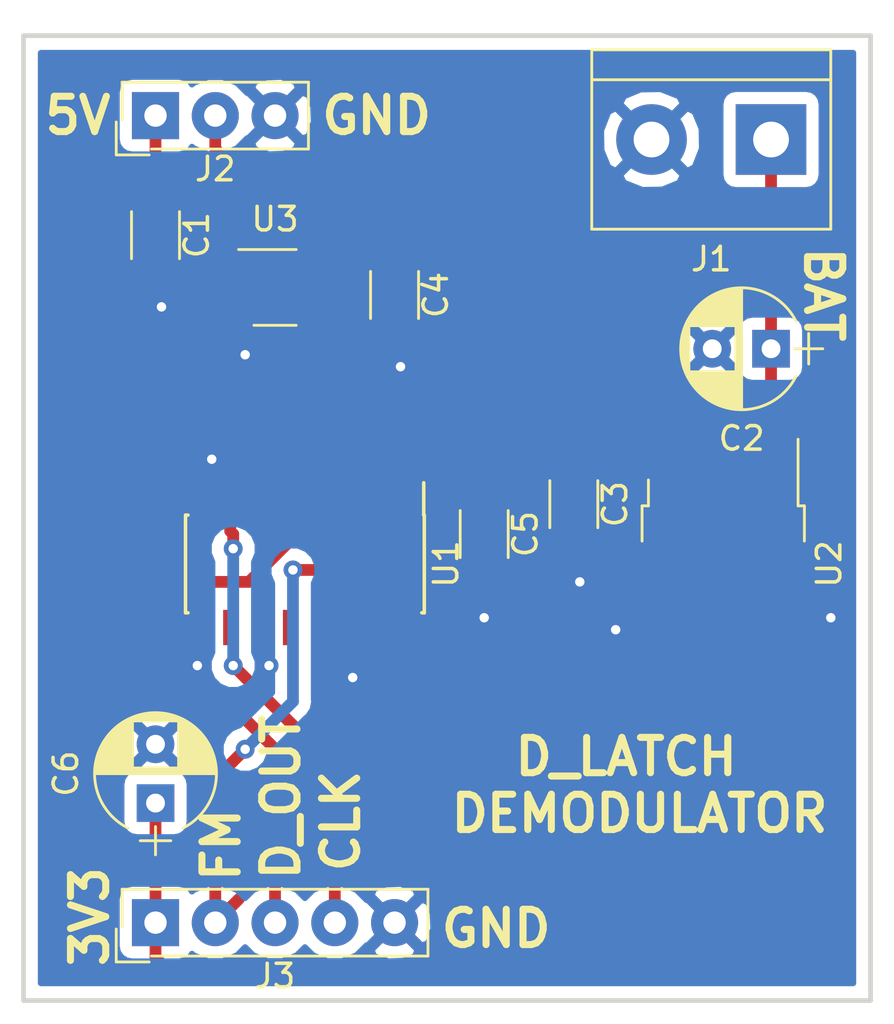
<source format=kicad_pcb>
(kicad_pcb (version 20171130) (host pcbnew "(5.0.2)-1")

  (general
    (thickness 1.6)
    (drawings 14)
    (tracks 111)
    (zones 0)
    (modules 12)
    (nets 11)
  )

  (page A4)
  (layers
    (0 F.Cu signal)
    (31 B.Cu signal)
    (32 B.Adhes user)
    (33 F.Adhes user)
    (34 B.Paste user)
    (35 F.Paste user)
    (36 B.SilkS user)
    (37 F.SilkS user)
    (38 B.Mask user)
    (39 F.Mask user)
    (40 Dwgs.User user)
    (41 Cmts.User user)
    (42 Eco1.User user)
    (43 Eco2.User user)
    (44 Edge.Cuts user)
    (45 Margin user)
    (46 B.CrtYd user)
    (47 F.CrtYd user)
    (48 B.Fab user)
    (49 F.Fab user)
  )

  (setup
    (last_trace_width 0.5)
    (user_trace_width 0.5)
    (trace_clearance 0.2)
    (zone_clearance 0.508)
    (zone_45_only no)
    (trace_min 0.2)
    (segment_width 0.2)
    (edge_width 0.15)
    (via_size 0.8)
    (via_drill 0.4)
    (via_min_size 0.4)
    (via_min_drill 0.3)
    (uvia_size 0.3)
    (uvia_drill 0.1)
    (uvias_allowed no)
    (uvia_min_size 0.2)
    (uvia_min_drill 0.1)
    (pcb_text_width 0.3)
    (pcb_text_size 1.5 1.5)
    (mod_edge_width 0.15)
    (mod_text_size 1 1)
    (mod_text_width 0.15)
    (pad_size 1.524 1.524)
    (pad_drill 0.762)
    (pad_to_mask_clearance 0.051)
    (solder_mask_min_width 0.25)
    (aux_axis_origin 0 0)
    (visible_elements FFFFFF7F)
    (pcbplotparams
      (layerselection 0x010fc_ffffffff)
      (usegerberextensions false)
      (usegerberattributes false)
      (usegerberadvancedattributes false)
      (creategerberjobfile false)
      (excludeedgelayer true)
      (linewidth 0.100000)
      (plotframeref false)
      (viasonmask false)
      (mode 1)
      (useauxorigin false)
      (hpglpennumber 1)
      (hpglpenspeed 20)
      (hpglpendiameter 15.000000)
      (psnegative false)
      (psa4output false)
      (plotreference true)
      (plotvalue true)
      (plotinvisibletext false)
      (padsonsilk false)
      (subtractmaskfromsilk false)
      (outputformat 1)
      (mirror false)
      (drillshape 1)
      (scaleselection 1)
      (outputdirectory ""))
  )

  (net 0 "")
  (net 1 GND)
  (net 2 +5V)
  (net 3 +BATT)
  (net 4 +3V3)
  (net 5 /FM_OUT)
  (net 6 /CLK_IN_UC)
  (net 7 /D_OUT_UC)
  (net 8 /FM_OUT_UC)
  (net 9 "Net-(U1-Pad6)")
  (net 10 "Net-(U1-Pad5)")

  (net_class Default "Ceci est la Netclass par défaut."
    (clearance 0.2)
    (trace_width 0.25)
    (via_dia 0.8)
    (via_drill 0.4)
    (uvia_dia 0.3)
    (uvia_drill 0.1)
    (add_net +3V3)
    (add_net +5V)
    (add_net +BATT)
    (add_net /CLK_IN_UC)
    (add_net /D_OUT_UC)
    (add_net /FM_OUT)
    (add_net /FM_OUT_UC)
    (add_net GND)
    (add_net "Net-(U1-Pad5)")
    (add_net "Net-(U1-Pad6)")
  )

  (module Housings_SOIC:SOIC-16_3.9x9.9mm_Pitch1.27mm (layer F.Cu) (tedit 58CC8F64) (tstamp 5CC05D45)
    (at 187.96 44.45 270)
    (descr "16-Lead Plastic Small Outline (SL) - Narrow, 3.90 mm Body [SOIC] (see Microchip Packaging Specification 00000049BS.pdf)")
    (tags "SOIC 1.27")
    (path /5CBBDD74)
    (attr smd)
    (fp_text reference U1 (at 0 -6 270) (layer F.SilkS)
      (effects (font (size 1 1) (thickness 0.15)))
    )
    (fp_text value 74HC4050 (at 0 6 270) (layer F.Fab)
      (effects (font (size 1 1) (thickness 0.15)))
    )
    (fp_line (start -2.075 -5.05) (end -3.45 -5.05) (layer F.SilkS) (width 0.15))
    (fp_line (start -2.075 5.075) (end 2.075 5.075) (layer F.SilkS) (width 0.15))
    (fp_line (start -2.075 -5.075) (end 2.075 -5.075) (layer F.SilkS) (width 0.15))
    (fp_line (start -2.075 5.075) (end -2.075 4.97) (layer F.SilkS) (width 0.15))
    (fp_line (start 2.075 5.075) (end 2.075 4.97) (layer F.SilkS) (width 0.15))
    (fp_line (start 2.075 -5.075) (end 2.075 -4.97) (layer F.SilkS) (width 0.15))
    (fp_line (start -2.075 -5.075) (end -2.075 -5.05) (layer F.SilkS) (width 0.15))
    (fp_line (start -3.7 5.25) (end 3.7 5.25) (layer F.CrtYd) (width 0.05))
    (fp_line (start -3.7 -5.25) (end 3.7 -5.25) (layer F.CrtYd) (width 0.05))
    (fp_line (start 3.7 -5.25) (end 3.7 5.25) (layer F.CrtYd) (width 0.05))
    (fp_line (start -3.7 -5.25) (end -3.7 5.25) (layer F.CrtYd) (width 0.05))
    (fp_line (start -1.95 -3.95) (end -0.95 -4.95) (layer F.Fab) (width 0.15))
    (fp_line (start -1.95 4.95) (end -1.95 -3.95) (layer F.Fab) (width 0.15))
    (fp_line (start 1.95 4.95) (end -1.95 4.95) (layer F.Fab) (width 0.15))
    (fp_line (start 1.95 -4.95) (end 1.95 4.95) (layer F.Fab) (width 0.15))
    (fp_line (start -0.95 -4.95) (end 1.95 -4.95) (layer F.Fab) (width 0.15))
    (fp_text user %R (at 0 0 270) (layer F.Fab)
      (effects (font (size 0.9 0.9) (thickness 0.135)))
    )
    (pad 16 smd rect (at 2.7 -4.445 270) (size 1.5 0.6) (layers F.Cu F.Paste F.Mask))
    (pad 15 smd rect (at 2.7 -3.175 270) (size 1.5 0.6) (layers F.Cu F.Paste F.Mask))
    (pad 14 smd rect (at 2.7 -1.905 270) (size 1.5 0.6) (layers F.Cu F.Paste F.Mask)
      (net 1 GND))
    (pad 13 smd rect (at 2.7 -0.635 270) (size 1.5 0.6) (layers F.Cu F.Paste F.Mask))
    (pad 12 smd rect (at 2.7 0.635 270) (size 1.5 0.6) (layers F.Cu F.Paste F.Mask))
    (pad 11 smd rect (at 2.7 1.905 270) (size 1.5 0.6) (layers F.Cu F.Paste F.Mask)
      (net 1 GND))
    (pad 10 smd rect (at 2.7 3.175 270) (size 1.5 0.6) (layers F.Cu F.Paste F.Mask))
    (pad 9 smd rect (at 2.7 4.445 270) (size 1.5 0.6) (layers F.Cu F.Paste F.Mask)
      (net 1 GND))
    (pad 8 smd rect (at -2.7 4.445 270) (size 1.5 0.6) (layers F.Cu F.Paste F.Mask)
      (net 1 GND))
    (pad 7 smd rect (at -2.7 3.175 270) (size 1.5 0.6) (layers F.Cu F.Paste F.Mask)
      (net 6 /CLK_IN_UC))
    (pad 6 smd rect (at -2.7 1.905 270) (size 1.5 0.6) (layers F.Cu F.Paste F.Mask)
      (net 9 "Net-(U1-Pad6)"))
    (pad 5 smd rect (at -2.7 0.635 270) (size 1.5 0.6) (layers F.Cu F.Paste F.Mask)
      (net 10 "Net-(U1-Pad5)"))
    (pad 4 smd rect (at -2.7 -0.635 270) (size 1.5 0.6) (layers F.Cu F.Paste F.Mask)
      (net 7 /D_OUT_UC))
    (pad 3 smd rect (at -2.7 -1.905 270) (size 1.5 0.6) (layers F.Cu F.Paste F.Mask)
      (net 5 /FM_OUT))
    (pad 2 smd rect (at -2.7 -3.175 270) (size 1.5 0.6) (layers F.Cu F.Paste F.Mask)
      (net 8 /FM_OUT_UC))
    (pad 1 smd rect (at -2.7 -4.445 270) (size 1.5 0.6) (layers F.Cu F.Paste F.Mask)
      (net 4 +3V3))
    (model ${KISYS3DMOD}/Housings_SOIC.3dshapes/SOIC-16_3.9x9.9mm_Pitch1.27mm.wrl
      (at (xyz 0 0 0))
      (scale (xyz 1 1 1))
      (rotate (xyz 0 0 0))
    )
  )

  (module Capacitors_SMD:C_1206 (layer F.Cu) (tedit 58AA84B8) (tstamp 5CC05B8C)
    (at 181.61 30.48 270)
    (descr "Capacitor SMD 1206, reflow soldering, AVX (see smccp.pdf)")
    (tags "capacitor 1206")
    (path /5CBBC6E7)
    (attr smd)
    (fp_text reference C1 (at 0 -1.75 270) (layer F.SilkS)
      (effects (font (size 1 1) (thickness 0.15)))
    )
    (fp_text value 100nF (at 0 2 270) (layer F.Fab)
      (effects (font (size 1 1) (thickness 0.15)))
    )
    (fp_line (start 2.25 1.05) (end -2.25 1.05) (layer F.CrtYd) (width 0.05))
    (fp_line (start 2.25 1.05) (end 2.25 -1.05) (layer F.CrtYd) (width 0.05))
    (fp_line (start -2.25 -1.05) (end -2.25 1.05) (layer F.CrtYd) (width 0.05))
    (fp_line (start -2.25 -1.05) (end 2.25 -1.05) (layer F.CrtYd) (width 0.05))
    (fp_line (start -1 1.02) (end 1 1.02) (layer F.SilkS) (width 0.12))
    (fp_line (start 1 -1.02) (end -1 -1.02) (layer F.SilkS) (width 0.12))
    (fp_line (start -1.6 -0.8) (end 1.6 -0.8) (layer F.Fab) (width 0.1))
    (fp_line (start 1.6 -0.8) (end 1.6 0.8) (layer F.Fab) (width 0.1))
    (fp_line (start 1.6 0.8) (end -1.6 0.8) (layer F.Fab) (width 0.1))
    (fp_line (start -1.6 0.8) (end -1.6 -0.8) (layer F.Fab) (width 0.1))
    (fp_text user %R (at 0 -1.75 270) (layer F.Fab)
      (effects (font (size 1 1) (thickness 0.15)))
    )
    (pad 2 smd rect (at 1.5 0 270) (size 1 1.6) (layers F.Cu F.Paste F.Mask)
      (net 1 GND))
    (pad 1 smd rect (at -1.5 0 270) (size 1 1.6) (layers F.Cu F.Paste F.Mask)
      (net 2 +5V))
    (model Capacitors_SMD.3dshapes/C_1206.wrl
      (at (xyz 0 0 0))
      (scale (xyz 1 1 1))
      (rotate (xyz 0 0 0))
    )
  )

  (module Capacitors_THT:CP_Radial_D5.0mm_P2.50mm (layer F.Cu) (tedit 597BC7C2) (tstamp 5CC05C11)
    (at 207.772 35.306 180)
    (descr "CP, Radial series, Radial, pin pitch=2.50mm, , diameter=5mm, Electrolytic Capacitor")
    (tags "CP Radial series Radial pin pitch 2.50mm  diameter 5mm Electrolytic Capacitor")
    (path /5CBB9B78)
    (fp_text reference C2 (at 1.25 -3.81 180) (layer F.SilkS)
      (effects (font (size 1 1) (thickness 0.15)))
    )
    (fp_text value "10uF 25V" (at 1.25 3.81 180) (layer F.Fab)
      (effects (font (size 1 1) (thickness 0.15)))
    )
    (fp_text user %R (at 1.25 0 180) (layer F.Fab)
      (effects (font (size 1 1) (thickness 0.15)))
    )
    (fp_line (start 4.1 -2.85) (end -1.6 -2.85) (layer F.CrtYd) (width 0.05))
    (fp_line (start 4.1 2.85) (end 4.1 -2.85) (layer F.CrtYd) (width 0.05))
    (fp_line (start -1.6 2.85) (end 4.1 2.85) (layer F.CrtYd) (width 0.05))
    (fp_line (start -1.6 -2.85) (end -1.6 2.85) (layer F.CrtYd) (width 0.05))
    (fp_line (start -1.6 -0.65) (end -1.6 0.65) (layer F.SilkS) (width 0.12))
    (fp_line (start -2.2 0) (end -1 0) (layer F.SilkS) (width 0.12))
    (fp_line (start 3.811 -0.354) (end 3.811 0.354) (layer F.SilkS) (width 0.12))
    (fp_line (start 3.771 -0.559) (end 3.771 0.559) (layer F.SilkS) (width 0.12))
    (fp_line (start 3.731 -0.707) (end 3.731 0.707) (layer F.SilkS) (width 0.12))
    (fp_line (start 3.691 -0.829) (end 3.691 0.829) (layer F.SilkS) (width 0.12))
    (fp_line (start 3.651 -0.934) (end 3.651 0.934) (layer F.SilkS) (width 0.12))
    (fp_line (start 3.611 -1.028) (end 3.611 1.028) (layer F.SilkS) (width 0.12))
    (fp_line (start 3.571 -1.112) (end 3.571 1.112) (layer F.SilkS) (width 0.12))
    (fp_line (start 3.531 -1.189) (end 3.531 1.189) (layer F.SilkS) (width 0.12))
    (fp_line (start 3.491 -1.261) (end 3.491 1.261) (layer F.SilkS) (width 0.12))
    (fp_line (start 3.451 0.98) (end 3.451 1.327) (layer F.SilkS) (width 0.12))
    (fp_line (start 3.451 -1.327) (end 3.451 -0.98) (layer F.SilkS) (width 0.12))
    (fp_line (start 3.411 0.98) (end 3.411 1.39) (layer F.SilkS) (width 0.12))
    (fp_line (start 3.411 -1.39) (end 3.411 -0.98) (layer F.SilkS) (width 0.12))
    (fp_line (start 3.371 0.98) (end 3.371 1.448) (layer F.SilkS) (width 0.12))
    (fp_line (start 3.371 -1.448) (end 3.371 -0.98) (layer F.SilkS) (width 0.12))
    (fp_line (start 3.331 0.98) (end 3.331 1.504) (layer F.SilkS) (width 0.12))
    (fp_line (start 3.331 -1.504) (end 3.331 -0.98) (layer F.SilkS) (width 0.12))
    (fp_line (start 3.291 0.98) (end 3.291 1.556) (layer F.SilkS) (width 0.12))
    (fp_line (start 3.291 -1.556) (end 3.291 -0.98) (layer F.SilkS) (width 0.12))
    (fp_line (start 3.251 0.98) (end 3.251 1.606) (layer F.SilkS) (width 0.12))
    (fp_line (start 3.251 -1.606) (end 3.251 -0.98) (layer F.SilkS) (width 0.12))
    (fp_line (start 3.211 0.98) (end 3.211 1.654) (layer F.SilkS) (width 0.12))
    (fp_line (start 3.211 -1.654) (end 3.211 -0.98) (layer F.SilkS) (width 0.12))
    (fp_line (start 3.171 0.98) (end 3.171 1.699) (layer F.SilkS) (width 0.12))
    (fp_line (start 3.171 -1.699) (end 3.171 -0.98) (layer F.SilkS) (width 0.12))
    (fp_line (start 3.131 0.98) (end 3.131 1.742) (layer F.SilkS) (width 0.12))
    (fp_line (start 3.131 -1.742) (end 3.131 -0.98) (layer F.SilkS) (width 0.12))
    (fp_line (start 3.091 0.98) (end 3.091 1.783) (layer F.SilkS) (width 0.12))
    (fp_line (start 3.091 -1.783) (end 3.091 -0.98) (layer F.SilkS) (width 0.12))
    (fp_line (start 3.051 0.98) (end 3.051 1.823) (layer F.SilkS) (width 0.12))
    (fp_line (start 3.051 -1.823) (end 3.051 -0.98) (layer F.SilkS) (width 0.12))
    (fp_line (start 3.011 0.98) (end 3.011 1.861) (layer F.SilkS) (width 0.12))
    (fp_line (start 3.011 -1.861) (end 3.011 -0.98) (layer F.SilkS) (width 0.12))
    (fp_line (start 2.971 0.98) (end 2.971 1.897) (layer F.SilkS) (width 0.12))
    (fp_line (start 2.971 -1.897) (end 2.971 -0.98) (layer F.SilkS) (width 0.12))
    (fp_line (start 2.931 0.98) (end 2.931 1.932) (layer F.SilkS) (width 0.12))
    (fp_line (start 2.931 -1.932) (end 2.931 -0.98) (layer F.SilkS) (width 0.12))
    (fp_line (start 2.891 0.98) (end 2.891 1.965) (layer F.SilkS) (width 0.12))
    (fp_line (start 2.891 -1.965) (end 2.891 -0.98) (layer F.SilkS) (width 0.12))
    (fp_line (start 2.851 0.98) (end 2.851 1.997) (layer F.SilkS) (width 0.12))
    (fp_line (start 2.851 -1.997) (end 2.851 -0.98) (layer F.SilkS) (width 0.12))
    (fp_line (start 2.811 0.98) (end 2.811 2.028) (layer F.SilkS) (width 0.12))
    (fp_line (start 2.811 -2.028) (end 2.811 -0.98) (layer F.SilkS) (width 0.12))
    (fp_line (start 2.771 0.98) (end 2.771 2.058) (layer F.SilkS) (width 0.12))
    (fp_line (start 2.771 -2.058) (end 2.771 -0.98) (layer F.SilkS) (width 0.12))
    (fp_line (start 2.731 0.98) (end 2.731 2.086) (layer F.SilkS) (width 0.12))
    (fp_line (start 2.731 -2.086) (end 2.731 -0.98) (layer F.SilkS) (width 0.12))
    (fp_line (start 2.691 0.98) (end 2.691 2.113) (layer F.SilkS) (width 0.12))
    (fp_line (start 2.691 -2.113) (end 2.691 -0.98) (layer F.SilkS) (width 0.12))
    (fp_line (start 2.651 0.98) (end 2.651 2.14) (layer F.SilkS) (width 0.12))
    (fp_line (start 2.651 -2.14) (end 2.651 -0.98) (layer F.SilkS) (width 0.12))
    (fp_line (start 2.611 0.98) (end 2.611 2.165) (layer F.SilkS) (width 0.12))
    (fp_line (start 2.611 -2.165) (end 2.611 -0.98) (layer F.SilkS) (width 0.12))
    (fp_line (start 2.571 0.98) (end 2.571 2.189) (layer F.SilkS) (width 0.12))
    (fp_line (start 2.571 -2.189) (end 2.571 -0.98) (layer F.SilkS) (width 0.12))
    (fp_line (start 2.531 0.98) (end 2.531 2.212) (layer F.SilkS) (width 0.12))
    (fp_line (start 2.531 -2.212) (end 2.531 -0.98) (layer F.SilkS) (width 0.12))
    (fp_line (start 2.491 0.98) (end 2.491 2.234) (layer F.SilkS) (width 0.12))
    (fp_line (start 2.491 -2.234) (end 2.491 -0.98) (layer F.SilkS) (width 0.12))
    (fp_line (start 2.451 0.98) (end 2.451 2.256) (layer F.SilkS) (width 0.12))
    (fp_line (start 2.451 -2.256) (end 2.451 -0.98) (layer F.SilkS) (width 0.12))
    (fp_line (start 2.411 0.98) (end 2.411 2.276) (layer F.SilkS) (width 0.12))
    (fp_line (start 2.411 -2.276) (end 2.411 -0.98) (layer F.SilkS) (width 0.12))
    (fp_line (start 2.371 0.98) (end 2.371 2.296) (layer F.SilkS) (width 0.12))
    (fp_line (start 2.371 -2.296) (end 2.371 -0.98) (layer F.SilkS) (width 0.12))
    (fp_line (start 2.331 0.98) (end 2.331 2.315) (layer F.SilkS) (width 0.12))
    (fp_line (start 2.331 -2.315) (end 2.331 -0.98) (layer F.SilkS) (width 0.12))
    (fp_line (start 2.291 0.98) (end 2.291 2.333) (layer F.SilkS) (width 0.12))
    (fp_line (start 2.291 -2.333) (end 2.291 -0.98) (layer F.SilkS) (width 0.12))
    (fp_line (start 2.251 0.98) (end 2.251 2.35) (layer F.SilkS) (width 0.12))
    (fp_line (start 2.251 -2.35) (end 2.251 -0.98) (layer F.SilkS) (width 0.12))
    (fp_line (start 2.211 0.98) (end 2.211 2.366) (layer F.SilkS) (width 0.12))
    (fp_line (start 2.211 -2.366) (end 2.211 -0.98) (layer F.SilkS) (width 0.12))
    (fp_line (start 2.171 0.98) (end 2.171 2.382) (layer F.SilkS) (width 0.12))
    (fp_line (start 2.171 -2.382) (end 2.171 -0.98) (layer F.SilkS) (width 0.12))
    (fp_line (start 2.131 0.98) (end 2.131 2.396) (layer F.SilkS) (width 0.12))
    (fp_line (start 2.131 -2.396) (end 2.131 -0.98) (layer F.SilkS) (width 0.12))
    (fp_line (start 2.091 0.98) (end 2.091 2.41) (layer F.SilkS) (width 0.12))
    (fp_line (start 2.091 -2.41) (end 2.091 -0.98) (layer F.SilkS) (width 0.12))
    (fp_line (start 2.051 0.98) (end 2.051 2.424) (layer F.SilkS) (width 0.12))
    (fp_line (start 2.051 -2.424) (end 2.051 -0.98) (layer F.SilkS) (width 0.12))
    (fp_line (start 2.011 0.98) (end 2.011 2.436) (layer F.SilkS) (width 0.12))
    (fp_line (start 2.011 -2.436) (end 2.011 -0.98) (layer F.SilkS) (width 0.12))
    (fp_line (start 1.971 0.98) (end 1.971 2.448) (layer F.SilkS) (width 0.12))
    (fp_line (start 1.971 -2.448) (end 1.971 -0.98) (layer F.SilkS) (width 0.12))
    (fp_line (start 1.93 0.98) (end 1.93 2.46) (layer F.SilkS) (width 0.12))
    (fp_line (start 1.93 -2.46) (end 1.93 -0.98) (layer F.SilkS) (width 0.12))
    (fp_line (start 1.89 0.98) (end 1.89 2.47) (layer F.SilkS) (width 0.12))
    (fp_line (start 1.89 -2.47) (end 1.89 -0.98) (layer F.SilkS) (width 0.12))
    (fp_line (start 1.85 0.98) (end 1.85 2.48) (layer F.SilkS) (width 0.12))
    (fp_line (start 1.85 -2.48) (end 1.85 -0.98) (layer F.SilkS) (width 0.12))
    (fp_line (start 1.81 0.98) (end 1.81 2.489) (layer F.SilkS) (width 0.12))
    (fp_line (start 1.81 -2.489) (end 1.81 -0.98) (layer F.SilkS) (width 0.12))
    (fp_line (start 1.77 0.98) (end 1.77 2.498) (layer F.SilkS) (width 0.12))
    (fp_line (start 1.77 -2.498) (end 1.77 -0.98) (layer F.SilkS) (width 0.12))
    (fp_line (start 1.73 0.98) (end 1.73 2.506) (layer F.SilkS) (width 0.12))
    (fp_line (start 1.73 -2.506) (end 1.73 -0.98) (layer F.SilkS) (width 0.12))
    (fp_line (start 1.69 0.98) (end 1.69 2.513) (layer F.SilkS) (width 0.12))
    (fp_line (start 1.69 -2.513) (end 1.69 -0.98) (layer F.SilkS) (width 0.12))
    (fp_line (start 1.65 0.98) (end 1.65 2.519) (layer F.SilkS) (width 0.12))
    (fp_line (start 1.65 -2.519) (end 1.65 -0.98) (layer F.SilkS) (width 0.12))
    (fp_line (start 1.61 0.98) (end 1.61 2.525) (layer F.SilkS) (width 0.12))
    (fp_line (start 1.61 -2.525) (end 1.61 -0.98) (layer F.SilkS) (width 0.12))
    (fp_line (start 1.57 0.98) (end 1.57 2.531) (layer F.SilkS) (width 0.12))
    (fp_line (start 1.57 -2.531) (end 1.57 -0.98) (layer F.SilkS) (width 0.12))
    (fp_line (start 1.53 0.98) (end 1.53 2.535) (layer F.SilkS) (width 0.12))
    (fp_line (start 1.53 -2.535) (end 1.53 -0.98) (layer F.SilkS) (width 0.12))
    (fp_line (start 1.49 -2.539) (end 1.49 2.539) (layer F.SilkS) (width 0.12))
    (fp_line (start 1.45 -2.543) (end 1.45 2.543) (layer F.SilkS) (width 0.12))
    (fp_line (start 1.41 -2.546) (end 1.41 2.546) (layer F.SilkS) (width 0.12))
    (fp_line (start 1.37 -2.548) (end 1.37 2.548) (layer F.SilkS) (width 0.12))
    (fp_line (start 1.33 -2.549) (end 1.33 2.549) (layer F.SilkS) (width 0.12))
    (fp_line (start 1.29 -2.55) (end 1.29 2.55) (layer F.SilkS) (width 0.12))
    (fp_line (start 1.25 -2.55) (end 1.25 2.55) (layer F.SilkS) (width 0.12))
    (fp_line (start -1.6 -0.65) (end -1.6 0.65) (layer F.Fab) (width 0.1))
    (fp_line (start -2.2 0) (end -1 0) (layer F.Fab) (width 0.1))
    (fp_circle (center 1.25 0) (end 3.75 0) (layer F.Fab) (width 0.1))
    (fp_arc (start 1.25 0) (end 3.55558 -1.18) (angle 54.2) (layer F.SilkS) (width 0.12))
    (fp_arc (start 1.25 0) (end -1.05558 1.18) (angle -125.8) (layer F.SilkS) (width 0.12))
    (fp_arc (start 1.25 0) (end -1.05558 -1.18) (angle 125.8) (layer F.SilkS) (width 0.12))
    (pad 2 thru_hole circle (at 2.5 0 180) (size 1.6 1.6) (drill 0.8) (layers *.Cu *.Mask)
      (net 1 GND))
    (pad 1 thru_hole rect (at 0 0 180) (size 1.6 1.6) (drill 0.8) (layers *.Cu *.Mask)
      (net 3 +BATT))
    (model ${KISYS3DMOD}/Capacitors_THT.3dshapes/CP_Radial_D5.0mm_P2.50mm.wrl
      (at (xyz 0 0 0))
      (scale (xyz 1 1 1))
      (rotate (xyz 0 0 0))
    )
  )

  (module Capacitors_SMD:C_1206 (layer F.Cu) (tedit 58AA84B8) (tstamp 5CC05C22)
    (at 199.39 41.91 270)
    (descr "Capacitor SMD 1206, reflow soldering, AVX (see smccp.pdf)")
    (tags "capacitor 1206")
    (path /5CBB9CE7)
    (attr smd)
    (fp_text reference C3 (at 0 -1.75 270) (layer F.SilkS)
      (effects (font (size 1 1) (thickness 0.15)))
    )
    (fp_text value 100nF (at 0 2 270) (layer F.Fab)
      (effects (font (size 1 1) (thickness 0.15)))
    )
    (fp_line (start 2.25 1.05) (end -2.25 1.05) (layer F.CrtYd) (width 0.05))
    (fp_line (start 2.25 1.05) (end 2.25 -1.05) (layer F.CrtYd) (width 0.05))
    (fp_line (start -2.25 -1.05) (end -2.25 1.05) (layer F.CrtYd) (width 0.05))
    (fp_line (start -2.25 -1.05) (end 2.25 -1.05) (layer F.CrtYd) (width 0.05))
    (fp_line (start -1 1.02) (end 1 1.02) (layer F.SilkS) (width 0.12))
    (fp_line (start 1 -1.02) (end -1 -1.02) (layer F.SilkS) (width 0.12))
    (fp_line (start -1.6 -0.8) (end 1.6 -0.8) (layer F.Fab) (width 0.1))
    (fp_line (start 1.6 -0.8) (end 1.6 0.8) (layer F.Fab) (width 0.1))
    (fp_line (start 1.6 0.8) (end -1.6 0.8) (layer F.Fab) (width 0.1))
    (fp_line (start -1.6 0.8) (end -1.6 -0.8) (layer F.Fab) (width 0.1))
    (fp_text user %R (at 0 -1.75 270) (layer F.Fab)
      (effects (font (size 1 1) (thickness 0.15)))
    )
    (pad 2 smd rect (at 1.5 0 270) (size 1 1.6) (layers F.Cu F.Paste F.Mask)
      (net 1 GND))
    (pad 1 smd rect (at -1.5 0 270) (size 1 1.6) (layers F.Cu F.Paste F.Mask)
      (net 2 +5V))
    (model Capacitors_SMD.3dshapes/C_1206.wrl
      (at (xyz 0 0 0))
      (scale (xyz 1 1 1))
      (rotate (xyz 0 0 0))
    )
  )

  (module Capacitors_SMD:C_1206 (layer F.Cu) (tedit 58AA84B8) (tstamp 5CC06C27)
    (at 191.77 33.02 270)
    (descr "Capacitor SMD 1206, reflow soldering, AVX (see smccp.pdf)")
    (tags "capacitor 1206")
    (path /5CBBBFF4)
    (attr smd)
    (fp_text reference C4 (at 0 -1.75 270) (layer F.SilkS)
      (effects (font (size 1 1) (thickness 0.15)))
    )
    (fp_text value 100nF (at 0 2 270) (layer F.Fab)
      (effects (font (size 1 1) (thickness 0.15)))
    )
    (fp_text user %R (at 0 -1.75 270) (layer F.Fab)
      (effects (font (size 1 1) (thickness 0.15)))
    )
    (fp_line (start -1.6 0.8) (end -1.6 -0.8) (layer F.Fab) (width 0.1))
    (fp_line (start 1.6 0.8) (end -1.6 0.8) (layer F.Fab) (width 0.1))
    (fp_line (start 1.6 -0.8) (end 1.6 0.8) (layer F.Fab) (width 0.1))
    (fp_line (start -1.6 -0.8) (end 1.6 -0.8) (layer F.Fab) (width 0.1))
    (fp_line (start 1 -1.02) (end -1 -1.02) (layer F.SilkS) (width 0.12))
    (fp_line (start -1 1.02) (end 1 1.02) (layer F.SilkS) (width 0.12))
    (fp_line (start -2.25 -1.05) (end 2.25 -1.05) (layer F.CrtYd) (width 0.05))
    (fp_line (start -2.25 -1.05) (end -2.25 1.05) (layer F.CrtYd) (width 0.05))
    (fp_line (start 2.25 1.05) (end 2.25 -1.05) (layer F.CrtYd) (width 0.05))
    (fp_line (start 2.25 1.05) (end -2.25 1.05) (layer F.CrtYd) (width 0.05))
    (pad 1 smd rect (at -1.5 0 270) (size 1 1.6) (layers F.Cu F.Paste F.Mask)
      (net 2 +5V))
    (pad 2 smd rect (at 1.5 0 270) (size 1 1.6) (layers F.Cu F.Paste F.Mask)
      (net 1 GND))
    (model Capacitors_SMD.3dshapes/C_1206.wrl
      (at (xyz 0 0 0))
      (scale (xyz 1 1 1))
      (rotate (xyz 0 0 0))
    )
  )

  (module Capacitors_SMD:C_1206 (layer F.Cu) (tedit 58AA84B8) (tstamp 5CC05C44)
    (at 195.58 43.18 270)
    (descr "Capacitor SMD 1206, reflow soldering, AVX (see smccp.pdf)")
    (tags "capacitor 1206")
    (path /5CBBFE4D)
    (attr smd)
    (fp_text reference C5 (at 0 -1.75 270) (layer F.SilkS)
      (effects (font (size 1 1) (thickness 0.15)))
    )
    (fp_text value 100nF (at 0 2 270) (layer F.Fab)
      (effects (font (size 1 1) (thickness 0.15)))
    )
    (fp_text user %R (at 0 -1.75 270) (layer F.Fab)
      (effects (font (size 1 1) (thickness 0.15)))
    )
    (fp_line (start -1.6 0.8) (end -1.6 -0.8) (layer F.Fab) (width 0.1))
    (fp_line (start 1.6 0.8) (end -1.6 0.8) (layer F.Fab) (width 0.1))
    (fp_line (start 1.6 -0.8) (end 1.6 0.8) (layer F.Fab) (width 0.1))
    (fp_line (start -1.6 -0.8) (end 1.6 -0.8) (layer F.Fab) (width 0.1))
    (fp_line (start 1 -1.02) (end -1 -1.02) (layer F.SilkS) (width 0.12))
    (fp_line (start -1 1.02) (end 1 1.02) (layer F.SilkS) (width 0.12))
    (fp_line (start -2.25 -1.05) (end 2.25 -1.05) (layer F.CrtYd) (width 0.05))
    (fp_line (start -2.25 -1.05) (end -2.25 1.05) (layer F.CrtYd) (width 0.05))
    (fp_line (start 2.25 1.05) (end 2.25 -1.05) (layer F.CrtYd) (width 0.05))
    (fp_line (start 2.25 1.05) (end -2.25 1.05) (layer F.CrtYd) (width 0.05))
    (pad 1 smd rect (at -1.5 0 270) (size 1 1.6) (layers F.Cu F.Paste F.Mask)
      (net 4 +3V3))
    (pad 2 smd rect (at 1.5 0 270) (size 1 1.6) (layers F.Cu F.Paste F.Mask)
      (net 1 GND))
    (model Capacitors_SMD.3dshapes/C_1206.wrl
      (at (xyz 0 0 0))
      (scale (xyz 1 1 1))
      (rotate (xyz 0 0 0))
    )
  )

  (module Capacitors_THT:CP_Radial_D5.0mm_P2.50mm (layer F.Cu) (tedit 597BC7C2) (tstamp 5CC06364)
    (at 181.61 54.61 90)
    (descr "CP, Radial series, Radial, pin pitch=2.50mm, , diameter=5mm, Electrolytic Capacitor")
    (tags "CP Radial series Radial pin pitch 2.50mm  diameter 5mm Electrolytic Capacitor")
    (path /5CBC0898)
    (fp_text reference C6 (at 1.25 -3.81 90) (layer F.SilkS)
      (effects (font (size 1 1) (thickness 0.15)))
    )
    (fp_text value "10uF 25V" (at 1.25 3.81 90) (layer F.Fab)
      (effects (font (size 1 1) (thickness 0.15)))
    )
    (fp_arc (start 1.25 0) (end -1.05558 -1.18) (angle 125.8) (layer F.SilkS) (width 0.12))
    (fp_arc (start 1.25 0) (end -1.05558 1.18) (angle -125.8) (layer F.SilkS) (width 0.12))
    (fp_arc (start 1.25 0) (end 3.55558 -1.18) (angle 54.2) (layer F.SilkS) (width 0.12))
    (fp_circle (center 1.25 0) (end 3.75 0) (layer F.Fab) (width 0.1))
    (fp_line (start -2.2 0) (end -1 0) (layer F.Fab) (width 0.1))
    (fp_line (start -1.6 -0.65) (end -1.6 0.65) (layer F.Fab) (width 0.1))
    (fp_line (start 1.25 -2.55) (end 1.25 2.55) (layer F.SilkS) (width 0.12))
    (fp_line (start 1.29 -2.55) (end 1.29 2.55) (layer F.SilkS) (width 0.12))
    (fp_line (start 1.33 -2.549) (end 1.33 2.549) (layer F.SilkS) (width 0.12))
    (fp_line (start 1.37 -2.548) (end 1.37 2.548) (layer F.SilkS) (width 0.12))
    (fp_line (start 1.41 -2.546) (end 1.41 2.546) (layer F.SilkS) (width 0.12))
    (fp_line (start 1.45 -2.543) (end 1.45 2.543) (layer F.SilkS) (width 0.12))
    (fp_line (start 1.49 -2.539) (end 1.49 2.539) (layer F.SilkS) (width 0.12))
    (fp_line (start 1.53 -2.535) (end 1.53 -0.98) (layer F.SilkS) (width 0.12))
    (fp_line (start 1.53 0.98) (end 1.53 2.535) (layer F.SilkS) (width 0.12))
    (fp_line (start 1.57 -2.531) (end 1.57 -0.98) (layer F.SilkS) (width 0.12))
    (fp_line (start 1.57 0.98) (end 1.57 2.531) (layer F.SilkS) (width 0.12))
    (fp_line (start 1.61 -2.525) (end 1.61 -0.98) (layer F.SilkS) (width 0.12))
    (fp_line (start 1.61 0.98) (end 1.61 2.525) (layer F.SilkS) (width 0.12))
    (fp_line (start 1.65 -2.519) (end 1.65 -0.98) (layer F.SilkS) (width 0.12))
    (fp_line (start 1.65 0.98) (end 1.65 2.519) (layer F.SilkS) (width 0.12))
    (fp_line (start 1.69 -2.513) (end 1.69 -0.98) (layer F.SilkS) (width 0.12))
    (fp_line (start 1.69 0.98) (end 1.69 2.513) (layer F.SilkS) (width 0.12))
    (fp_line (start 1.73 -2.506) (end 1.73 -0.98) (layer F.SilkS) (width 0.12))
    (fp_line (start 1.73 0.98) (end 1.73 2.506) (layer F.SilkS) (width 0.12))
    (fp_line (start 1.77 -2.498) (end 1.77 -0.98) (layer F.SilkS) (width 0.12))
    (fp_line (start 1.77 0.98) (end 1.77 2.498) (layer F.SilkS) (width 0.12))
    (fp_line (start 1.81 -2.489) (end 1.81 -0.98) (layer F.SilkS) (width 0.12))
    (fp_line (start 1.81 0.98) (end 1.81 2.489) (layer F.SilkS) (width 0.12))
    (fp_line (start 1.85 -2.48) (end 1.85 -0.98) (layer F.SilkS) (width 0.12))
    (fp_line (start 1.85 0.98) (end 1.85 2.48) (layer F.SilkS) (width 0.12))
    (fp_line (start 1.89 -2.47) (end 1.89 -0.98) (layer F.SilkS) (width 0.12))
    (fp_line (start 1.89 0.98) (end 1.89 2.47) (layer F.SilkS) (width 0.12))
    (fp_line (start 1.93 -2.46) (end 1.93 -0.98) (layer F.SilkS) (width 0.12))
    (fp_line (start 1.93 0.98) (end 1.93 2.46) (layer F.SilkS) (width 0.12))
    (fp_line (start 1.971 -2.448) (end 1.971 -0.98) (layer F.SilkS) (width 0.12))
    (fp_line (start 1.971 0.98) (end 1.971 2.448) (layer F.SilkS) (width 0.12))
    (fp_line (start 2.011 -2.436) (end 2.011 -0.98) (layer F.SilkS) (width 0.12))
    (fp_line (start 2.011 0.98) (end 2.011 2.436) (layer F.SilkS) (width 0.12))
    (fp_line (start 2.051 -2.424) (end 2.051 -0.98) (layer F.SilkS) (width 0.12))
    (fp_line (start 2.051 0.98) (end 2.051 2.424) (layer F.SilkS) (width 0.12))
    (fp_line (start 2.091 -2.41) (end 2.091 -0.98) (layer F.SilkS) (width 0.12))
    (fp_line (start 2.091 0.98) (end 2.091 2.41) (layer F.SilkS) (width 0.12))
    (fp_line (start 2.131 -2.396) (end 2.131 -0.98) (layer F.SilkS) (width 0.12))
    (fp_line (start 2.131 0.98) (end 2.131 2.396) (layer F.SilkS) (width 0.12))
    (fp_line (start 2.171 -2.382) (end 2.171 -0.98) (layer F.SilkS) (width 0.12))
    (fp_line (start 2.171 0.98) (end 2.171 2.382) (layer F.SilkS) (width 0.12))
    (fp_line (start 2.211 -2.366) (end 2.211 -0.98) (layer F.SilkS) (width 0.12))
    (fp_line (start 2.211 0.98) (end 2.211 2.366) (layer F.SilkS) (width 0.12))
    (fp_line (start 2.251 -2.35) (end 2.251 -0.98) (layer F.SilkS) (width 0.12))
    (fp_line (start 2.251 0.98) (end 2.251 2.35) (layer F.SilkS) (width 0.12))
    (fp_line (start 2.291 -2.333) (end 2.291 -0.98) (layer F.SilkS) (width 0.12))
    (fp_line (start 2.291 0.98) (end 2.291 2.333) (layer F.SilkS) (width 0.12))
    (fp_line (start 2.331 -2.315) (end 2.331 -0.98) (layer F.SilkS) (width 0.12))
    (fp_line (start 2.331 0.98) (end 2.331 2.315) (layer F.SilkS) (width 0.12))
    (fp_line (start 2.371 -2.296) (end 2.371 -0.98) (layer F.SilkS) (width 0.12))
    (fp_line (start 2.371 0.98) (end 2.371 2.296) (layer F.SilkS) (width 0.12))
    (fp_line (start 2.411 -2.276) (end 2.411 -0.98) (layer F.SilkS) (width 0.12))
    (fp_line (start 2.411 0.98) (end 2.411 2.276) (layer F.SilkS) (width 0.12))
    (fp_line (start 2.451 -2.256) (end 2.451 -0.98) (layer F.SilkS) (width 0.12))
    (fp_line (start 2.451 0.98) (end 2.451 2.256) (layer F.SilkS) (width 0.12))
    (fp_line (start 2.491 -2.234) (end 2.491 -0.98) (layer F.SilkS) (width 0.12))
    (fp_line (start 2.491 0.98) (end 2.491 2.234) (layer F.SilkS) (width 0.12))
    (fp_line (start 2.531 -2.212) (end 2.531 -0.98) (layer F.SilkS) (width 0.12))
    (fp_line (start 2.531 0.98) (end 2.531 2.212) (layer F.SilkS) (width 0.12))
    (fp_line (start 2.571 -2.189) (end 2.571 -0.98) (layer F.SilkS) (width 0.12))
    (fp_line (start 2.571 0.98) (end 2.571 2.189) (layer F.SilkS) (width 0.12))
    (fp_line (start 2.611 -2.165) (end 2.611 -0.98) (layer F.SilkS) (width 0.12))
    (fp_line (start 2.611 0.98) (end 2.611 2.165) (layer F.SilkS) (width 0.12))
    (fp_line (start 2.651 -2.14) (end 2.651 -0.98) (layer F.SilkS) (width 0.12))
    (fp_line (start 2.651 0.98) (end 2.651 2.14) (layer F.SilkS) (width 0.12))
    (fp_line (start 2.691 -2.113) (end 2.691 -0.98) (layer F.SilkS) (width 0.12))
    (fp_line (start 2.691 0.98) (end 2.691 2.113) (layer F.SilkS) (width 0.12))
    (fp_line (start 2.731 -2.086) (end 2.731 -0.98) (layer F.SilkS) (width 0.12))
    (fp_line (start 2.731 0.98) (end 2.731 2.086) (layer F.SilkS) (width 0.12))
    (fp_line (start 2.771 -2.058) (end 2.771 -0.98) (layer F.SilkS) (width 0.12))
    (fp_line (start 2.771 0.98) (end 2.771 2.058) (layer F.SilkS) (width 0.12))
    (fp_line (start 2.811 -2.028) (end 2.811 -0.98) (layer F.SilkS) (width 0.12))
    (fp_line (start 2.811 0.98) (end 2.811 2.028) (layer F.SilkS) (width 0.12))
    (fp_line (start 2.851 -1.997) (end 2.851 -0.98) (layer F.SilkS) (width 0.12))
    (fp_line (start 2.851 0.98) (end 2.851 1.997) (layer F.SilkS) (width 0.12))
    (fp_line (start 2.891 -1.965) (end 2.891 -0.98) (layer F.SilkS) (width 0.12))
    (fp_line (start 2.891 0.98) (end 2.891 1.965) (layer F.SilkS) (width 0.12))
    (fp_line (start 2.931 -1.932) (end 2.931 -0.98) (layer F.SilkS) (width 0.12))
    (fp_line (start 2.931 0.98) (end 2.931 1.932) (layer F.SilkS) (width 0.12))
    (fp_line (start 2.971 -1.897) (end 2.971 -0.98) (layer F.SilkS) (width 0.12))
    (fp_line (start 2.971 0.98) (end 2.971 1.897) (layer F.SilkS) (width 0.12))
    (fp_line (start 3.011 -1.861) (end 3.011 -0.98) (layer F.SilkS) (width 0.12))
    (fp_line (start 3.011 0.98) (end 3.011 1.861) (layer F.SilkS) (width 0.12))
    (fp_line (start 3.051 -1.823) (end 3.051 -0.98) (layer F.SilkS) (width 0.12))
    (fp_line (start 3.051 0.98) (end 3.051 1.823) (layer F.SilkS) (width 0.12))
    (fp_line (start 3.091 -1.783) (end 3.091 -0.98) (layer F.SilkS) (width 0.12))
    (fp_line (start 3.091 0.98) (end 3.091 1.783) (layer F.SilkS) (width 0.12))
    (fp_line (start 3.131 -1.742) (end 3.131 -0.98) (layer F.SilkS) (width 0.12))
    (fp_line (start 3.131 0.98) (end 3.131 1.742) (layer F.SilkS) (width 0.12))
    (fp_line (start 3.171 -1.699) (end 3.171 -0.98) (layer F.SilkS) (width 0.12))
    (fp_line (start 3.171 0.98) (end 3.171 1.699) (layer F.SilkS) (width 0.12))
    (fp_line (start 3.211 -1.654) (end 3.211 -0.98) (layer F.SilkS) (width 0.12))
    (fp_line (start 3.211 0.98) (end 3.211 1.654) (layer F.SilkS) (width 0.12))
    (fp_line (start 3.251 -1.606) (end 3.251 -0.98) (layer F.SilkS) (width 0.12))
    (fp_line (start 3.251 0.98) (end 3.251 1.606) (layer F.SilkS) (width 0.12))
    (fp_line (start 3.291 -1.556) (end 3.291 -0.98) (layer F.SilkS) (width 0.12))
    (fp_line (start 3.291 0.98) (end 3.291 1.556) (layer F.SilkS) (width 0.12))
    (fp_line (start 3.331 -1.504) (end 3.331 -0.98) (layer F.SilkS) (width 0.12))
    (fp_line (start 3.331 0.98) (end 3.331 1.504) (layer F.SilkS) (width 0.12))
    (fp_line (start 3.371 -1.448) (end 3.371 -0.98) (layer F.SilkS) (width 0.12))
    (fp_line (start 3.371 0.98) (end 3.371 1.448) (layer F.SilkS) (width 0.12))
    (fp_line (start 3.411 -1.39) (end 3.411 -0.98) (layer F.SilkS) (width 0.12))
    (fp_line (start 3.411 0.98) (end 3.411 1.39) (layer F.SilkS) (width 0.12))
    (fp_line (start 3.451 -1.327) (end 3.451 -0.98) (layer F.SilkS) (width 0.12))
    (fp_line (start 3.451 0.98) (end 3.451 1.327) (layer F.SilkS) (width 0.12))
    (fp_line (start 3.491 -1.261) (end 3.491 1.261) (layer F.SilkS) (width 0.12))
    (fp_line (start 3.531 -1.189) (end 3.531 1.189) (layer F.SilkS) (width 0.12))
    (fp_line (start 3.571 -1.112) (end 3.571 1.112) (layer F.SilkS) (width 0.12))
    (fp_line (start 3.611 -1.028) (end 3.611 1.028) (layer F.SilkS) (width 0.12))
    (fp_line (start 3.651 -0.934) (end 3.651 0.934) (layer F.SilkS) (width 0.12))
    (fp_line (start 3.691 -0.829) (end 3.691 0.829) (layer F.SilkS) (width 0.12))
    (fp_line (start 3.731 -0.707) (end 3.731 0.707) (layer F.SilkS) (width 0.12))
    (fp_line (start 3.771 -0.559) (end 3.771 0.559) (layer F.SilkS) (width 0.12))
    (fp_line (start 3.811 -0.354) (end 3.811 0.354) (layer F.SilkS) (width 0.12))
    (fp_line (start -2.2 0) (end -1 0) (layer F.SilkS) (width 0.12))
    (fp_line (start -1.6 -0.65) (end -1.6 0.65) (layer F.SilkS) (width 0.12))
    (fp_line (start -1.6 -2.85) (end -1.6 2.85) (layer F.CrtYd) (width 0.05))
    (fp_line (start -1.6 2.85) (end 4.1 2.85) (layer F.CrtYd) (width 0.05))
    (fp_line (start 4.1 2.85) (end 4.1 -2.85) (layer F.CrtYd) (width 0.05))
    (fp_line (start 4.1 -2.85) (end -1.6 -2.85) (layer F.CrtYd) (width 0.05))
    (fp_text user %R (at 1.25 0 90) (layer F.Fab)
      (effects (font (size 1 1) (thickness 0.15)))
    )
    (pad 1 thru_hole rect (at 0 0 90) (size 1.6 1.6) (drill 0.8) (layers *.Cu *.Mask)
      (net 4 +3V3))
    (pad 2 thru_hole circle (at 2.5 0 90) (size 1.6 1.6) (drill 0.8) (layers *.Cu *.Mask)
      (net 1 GND))
    (model ${KISYS3DMOD}/Capacitors_THT.3dshapes/CP_Radial_D5.0mm_P2.50mm.wrl
      (at (xyz 0 0 0))
      (scale (xyz 1 1 1))
      (rotate (xyz 0 0 0))
    )
  )

  (module Connectors_Terminal_Blocks:TerminalBlock_bornier-2_P5.08mm (layer F.Cu) (tedit 59FF03AB) (tstamp 5CC05CDE)
    (at 207.772 26.416 180)
    (descr "simple 2-pin terminal block, pitch 5.08mm, revamped version of bornier2")
    (tags "terminal block bornier2")
    (path /5CBB9931)
    (fp_text reference J1 (at 2.54 -5.08 180) (layer F.SilkS)
      (effects (font (size 1 1) (thickness 0.15)))
    )
    (fp_text value Conn_01x02 (at 2.54 5.08 180) (layer F.Fab)
      (effects (font (size 1 1) (thickness 0.15)))
    )
    (fp_line (start 7.79 4) (end -2.71 4) (layer F.CrtYd) (width 0.05))
    (fp_line (start 7.79 4) (end 7.79 -4) (layer F.CrtYd) (width 0.05))
    (fp_line (start -2.71 -4) (end -2.71 4) (layer F.CrtYd) (width 0.05))
    (fp_line (start -2.71 -4) (end 7.79 -4) (layer F.CrtYd) (width 0.05))
    (fp_line (start -2.54 3.81) (end 7.62 3.81) (layer F.SilkS) (width 0.12))
    (fp_line (start -2.54 -3.81) (end -2.54 3.81) (layer F.SilkS) (width 0.12))
    (fp_line (start 7.62 -3.81) (end -2.54 -3.81) (layer F.SilkS) (width 0.12))
    (fp_line (start 7.62 3.81) (end 7.62 -3.81) (layer F.SilkS) (width 0.12))
    (fp_line (start 7.62 2.54) (end -2.54 2.54) (layer F.SilkS) (width 0.12))
    (fp_line (start 7.54 -3.75) (end -2.46 -3.75) (layer F.Fab) (width 0.1))
    (fp_line (start 7.54 3.75) (end 7.54 -3.75) (layer F.Fab) (width 0.1))
    (fp_line (start -2.46 3.75) (end 7.54 3.75) (layer F.Fab) (width 0.1))
    (fp_line (start -2.46 -3.75) (end -2.46 3.75) (layer F.Fab) (width 0.1))
    (fp_line (start -2.41 2.55) (end 7.49 2.55) (layer F.Fab) (width 0.1))
    (fp_text user %R (at 2.54 0 180) (layer F.Fab)
      (effects (font (size 1 1) (thickness 0.15)))
    )
    (pad 2 thru_hole circle (at 5.08 0 180) (size 3 3) (drill 1.52) (layers *.Cu *.Mask)
      (net 1 GND))
    (pad 1 thru_hole rect (at 0 0 180) (size 3 3) (drill 1.52) (layers *.Cu *.Mask)
      (net 3 +BATT))
    (model ${KISYS3DMOD}/Terminal_Blocks.3dshapes/TerminalBlock_bornier-2_P5.08mm.wrl
      (offset (xyz 2.539999961853027 0 0))
      (scale (xyz 1 1 1))
      (rotate (xyz 0 0 0))
    )
  )

  (module Connectors_Samtec:SL-103-X-XX_1x03 (layer F.Cu) (tedit 590274D5) (tstamp 5CC05CFC)
    (at 181.61 25.4 90)
    (descr "Low profile, screw machine socket strip, through hole, 100mil / 2.54mm pitch")
    (tags "samtec socket strip tht single")
    (path /5CBBC50F)
    (fp_text reference J2 (at -2.27 2.54 180) (layer F.SilkS)
      (effects (font (size 1 1) (thickness 0.15)))
    )
    (fp_text value "FGM SENSOR" (at 2.27 2.54 180) (layer F.Fab)
      (effects (font (size 1 1) (thickness 0.15)))
    )
    (fp_text user %R (at 0 2.54 180) (layer F.Fab)
      (effects (font (size 1 1) (thickness 0.15)))
    )
    (fp_line (start 1.27 6.35) (end 1.07 6.35) (layer F.Fab) (width 0.1))
    (fp_line (start -1.27 6.35) (end -1.07 6.35) (layer F.Fab) (width 0.1))
    (fp_line (start 1.27 3.81) (end 1.07 3.81) (layer F.Fab) (width 0.1))
    (fp_line (start -1.27 3.81) (end -1.07 3.81) (layer F.Fab) (width 0.1))
    (fp_line (start 1.27 1.27) (end 1.07 1.27) (layer F.Fab) (width 0.1))
    (fp_line (start -1.27 1.27) (end -1.07 1.27) (layer F.Fab) (width 0.1))
    (fp_line (start 1.77 -1.77) (end -1.77 -1.77) (layer F.CrtYd) (width 0.05))
    (fp_line (start 1.77 6.85) (end 1.77 -1.77) (layer F.CrtYd) (width 0.05))
    (fp_line (start -1.77 6.85) (end 1.77 6.85) (layer F.CrtYd) (width 0.05))
    (fp_line (start -1.77 -1.77) (end -1.77 6.85) (layer F.CrtYd) (width 0.05))
    (fp_line (start 1.27 -1.27) (end -1.27 -1.27) (layer F.Fab) (width 0.1))
    (fp_line (start 1.27 6.35) (end 1.27 -1.27) (layer F.Fab) (width 0.1))
    (fp_line (start -1.27 6.35) (end 1.27 6.35) (layer F.Fab) (width 0.1))
    (fp_line (start -1.27 -1.27) (end -1.27 6.35) (layer F.Fab) (width 0.1))
    (fp_line (start -1.67 -1.67) (end -1.67 -0.27) (layer F.Fab) (width 0.1))
    (fp_line (start -0.27 -1.67) (end -1.67 -1.67) (layer F.Fab) (width 0.1))
    (fp_line (start -1.67 -1.67) (end -1.67 -0.27) (layer F.SilkS) (width 0.12))
    (fp_line (start -0.27 -1.67) (end -1.67 -1.67) (layer F.SilkS) (width 0.12))
    (fp_line (start -1.42 6.5) (end -1.42 -0.17) (layer F.SilkS) (width 0.12))
    (fp_line (start 1.42 6.5) (end -1.42 6.5) (layer F.SilkS) (width 0.12))
    (fp_line (start 1.42 -1.42) (end 1.42 6.5) (layer F.SilkS) (width 0.12))
    (fp_line (start -0.17 -1.42) (end 1.42 -1.42) (layer F.SilkS) (width 0.12))
    (pad 3 thru_hole circle (at 0 5.08 90) (size 2 2) (drill 0.95) (layers *.Cu *.Mask)
      (net 1 GND))
    (pad 2 thru_hole circle (at 0 2.54 90) (size 2 2) (drill 0.95) (layers *.Cu *.Mask)
      (net 5 /FM_OUT))
    (pad 1 thru_hole rect (at 0 0 90) (size 2 2) (drill 0.95) (layers *.Cu *.Mask)
      (net 2 +5V))
    (model ${KISYS3DMOD}/Connectors_Samtec.3dshapes/SL-103-X-XX_1x03.wrl
      (at (xyz 0 0 0))
      (scale (xyz 1 1 1))
      (rotate (xyz 0 0 0))
    )
  )

  (module Connectors_Samtec:SL-105-X-XX_1x05 (layer F.Cu) (tedit 590274D5) (tstamp 5CC05D20)
    (at 181.61 59.69 90)
    (descr "Low profile, screw machine socket strip, through hole, 100mil / 2.54mm pitch")
    (tags "samtec socket strip tht single")
    (path /5CBBF502)
    (fp_text reference J3 (at -2.27 5.08 180) (layer F.SilkS)
      (effects (font (size 1 1) (thickness 0.15)))
    )
    (fp_text value Conn_01x05 (at 2.27 5.08 180) (layer F.Fab)
      (effects (font (size 1 1) (thickness 0.15)))
    )
    (fp_text user %R (at 0 5.08 180) (layer F.Fab)
      (effects (font (size 1 1) (thickness 0.15)))
    )
    (fp_line (start 1.27 11.43) (end 1.07 11.43) (layer F.Fab) (width 0.1))
    (fp_line (start -1.27 11.43) (end -1.07 11.43) (layer F.Fab) (width 0.1))
    (fp_line (start 1.27 8.89) (end 1.07 8.89) (layer F.Fab) (width 0.1))
    (fp_line (start -1.27 8.89) (end -1.07 8.89) (layer F.Fab) (width 0.1))
    (fp_line (start 1.27 6.35) (end 1.07 6.35) (layer F.Fab) (width 0.1))
    (fp_line (start -1.27 6.35) (end -1.07 6.35) (layer F.Fab) (width 0.1))
    (fp_line (start 1.27 3.81) (end 1.07 3.81) (layer F.Fab) (width 0.1))
    (fp_line (start -1.27 3.81) (end -1.07 3.81) (layer F.Fab) (width 0.1))
    (fp_line (start 1.27 1.27) (end 1.07 1.27) (layer F.Fab) (width 0.1))
    (fp_line (start -1.27 1.27) (end -1.07 1.27) (layer F.Fab) (width 0.1))
    (fp_line (start 1.77 -1.77) (end -1.77 -1.77) (layer F.CrtYd) (width 0.05))
    (fp_line (start 1.77 11.93) (end 1.77 -1.77) (layer F.CrtYd) (width 0.05))
    (fp_line (start -1.77 11.93) (end 1.77 11.93) (layer F.CrtYd) (width 0.05))
    (fp_line (start -1.77 -1.77) (end -1.77 11.93) (layer F.CrtYd) (width 0.05))
    (fp_line (start 1.27 -1.27) (end -1.27 -1.27) (layer F.Fab) (width 0.1))
    (fp_line (start 1.27 11.43) (end 1.27 -1.27) (layer F.Fab) (width 0.1))
    (fp_line (start -1.27 11.43) (end 1.27 11.43) (layer F.Fab) (width 0.1))
    (fp_line (start -1.27 -1.27) (end -1.27 11.43) (layer F.Fab) (width 0.1))
    (fp_line (start -1.67 -1.67) (end -1.67 -0.27) (layer F.Fab) (width 0.1))
    (fp_line (start -0.27 -1.67) (end -1.67 -1.67) (layer F.Fab) (width 0.1))
    (fp_line (start -1.67 -1.67) (end -1.67 -0.27) (layer F.SilkS) (width 0.12))
    (fp_line (start -0.27 -1.67) (end -1.67 -1.67) (layer F.SilkS) (width 0.12))
    (fp_line (start -1.42 11.58) (end -1.42 -0.17) (layer F.SilkS) (width 0.12))
    (fp_line (start 1.42 11.58) (end -1.42 11.58) (layer F.SilkS) (width 0.12))
    (fp_line (start 1.42 -1.42) (end 1.42 11.58) (layer F.SilkS) (width 0.12))
    (fp_line (start -0.17 -1.42) (end 1.42 -1.42) (layer F.SilkS) (width 0.12))
    (pad 5 thru_hole circle (at 0 10.16 90) (size 2 2) (drill 0.95) (layers *.Cu *.Mask)
      (net 1 GND))
    (pad 4 thru_hole circle (at 0 7.62 90) (size 2 2) (drill 0.95) (layers *.Cu *.Mask)
      (net 6 /CLK_IN_UC))
    (pad 3 thru_hole circle (at 0 5.08 90) (size 2 2) (drill 0.95) (layers *.Cu *.Mask)
      (net 7 /D_OUT_UC))
    (pad 2 thru_hole circle (at 0 2.54 90) (size 2 2) (drill 0.95) (layers *.Cu *.Mask)
      (net 8 /FM_OUT_UC))
    (pad 1 thru_hole rect (at 0 0 90) (size 2 2) (drill 0.95) (layers *.Cu *.Mask)
      (net 4 +3V3))
    (model ${KISYS3DMOD}/Connectors_Samtec.3dshapes/SL-105-X-XX_1x05.wrl
      (at (xyz 0 0 0))
      (scale (xyz 1 1 1))
      (rotate (xyz 0 0 0))
    )
  )

  (module TO_SOT_Packages_SMD:TO-252-2 (layer F.Cu) (tedit 590079C0) (tstamp 5CC05D69)
    (at 205.74 44.45 270)
    (descr "TO-252 / DPAK SMD package, http://www.infineon.com/cms/en/product/packages/PG-TO252/PG-TO252-3-1/")
    (tags "DPAK TO-252 DPAK-3 TO-252-3 SOT-428")
    (path /5CBB9AE8)
    (attr smd)
    (fp_text reference U2 (at 0 -4.5 270) (layer F.SilkS)
      (effects (font (size 1 1) (thickness 0.15)))
    )
    (fp_text value L7805 (at 0 4.5 270) (layer F.Fab)
      (effects (font (size 1 1) (thickness 0.15)))
    )
    (fp_text user %R (at 0 0 270) (layer F.Fab)
      (effects (font (size 1 1) (thickness 0.15)))
    )
    (fp_line (start 5.55 -3.5) (end -5.55 -3.5) (layer F.CrtYd) (width 0.05))
    (fp_line (start 5.55 3.5) (end 5.55 -3.5) (layer F.CrtYd) (width 0.05))
    (fp_line (start -5.55 3.5) (end 5.55 3.5) (layer F.CrtYd) (width 0.05))
    (fp_line (start -5.55 -3.5) (end -5.55 3.5) (layer F.CrtYd) (width 0.05))
    (fp_line (start -2.47 3.18) (end -3.57 3.18) (layer F.SilkS) (width 0.12))
    (fp_line (start -2.47 3.45) (end -2.47 3.18) (layer F.SilkS) (width 0.12))
    (fp_line (start -0.97 3.45) (end -2.47 3.45) (layer F.SilkS) (width 0.12))
    (fp_line (start -2.47 -3.18) (end -5.3 -3.18) (layer F.SilkS) (width 0.12))
    (fp_line (start -2.47 -3.45) (end -2.47 -3.18) (layer F.SilkS) (width 0.12))
    (fp_line (start -0.97 -3.45) (end -2.47 -3.45) (layer F.SilkS) (width 0.12))
    (fp_line (start -4.97 2.655) (end -2.27 2.655) (layer F.Fab) (width 0.1))
    (fp_line (start -4.97 1.905) (end -4.97 2.655) (layer F.Fab) (width 0.1))
    (fp_line (start -2.27 1.905) (end -4.97 1.905) (layer F.Fab) (width 0.1))
    (fp_line (start -4.97 -1.905) (end -2.27 -1.905) (layer F.Fab) (width 0.1))
    (fp_line (start -4.97 -2.655) (end -4.97 -1.905) (layer F.Fab) (width 0.1))
    (fp_line (start -1.865 -2.655) (end -4.97 -2.655) (layer F.Fab) (width 0.1))
    (fp_line (start -1.27 -3.25) (end 3.95 -3.25) (layer F.Fab) (width 0.1))
    (fp_line (start -2.27 -2.25) (end -1.27 -3.25) (layer F.Fab) (width 0.1))
    (fp_line (start -2.27 3.25) (end -2.27 -2.25) (layer F.Fab) (width 0.1))
    (fp_line (start 3.95 3.25) (end -2.27 3.25) (layer F.Fab) (width 0.1))
    (fp_line (start 3.95 -3.25) (end 3.95 3.25) (layer F.Fab) (width 0.1))
    (fp_line (start 4.95 2.7) (end 3.95 2.7) (layer F.Fab) (width 0.1))
    (fp_line (start 4.95 -2.7) (end 4.95 2.7) (layer F.Fab) (width 0.1))
    (fp_line (start 3.95 -2.7) (end 4.95 -2.7) (layer F.Fab) (width 0.1))
    (pad 2 smd rect (at 0.425 1.525 270) (size 3.05 2.75) (layers F.Cu F.Paste)
      (net 1 GND))
    (pad 2 smd rect (at 3.775 -1.525 270) (size 3.05 2.75) (layers F.Cu F.Paste)
      (net 1 GND))
    (pad 2 smd rect (at 0.425 -1.525 270) (size 3.05 2.75) (layers F.Cu F.Paste)
      (net 1 GND))
    (pad 2 smd rect (at 3.775 1.525 270) (size 3.05 2.75) (layers F.Cu F.Paste)
      (net 1 GND))
    (pad 2 smd rect (at 2.1 0 270) (size 6.4 5.8) (layers F.Cu F.Mask)
      (net 1 GND))
    (pad 3 smd rect (at -4.2 2.28 270) (size 2.2 1.2) (layers F.Cu F.Paste F.Mask)
      (net 2 +5V))
    (pad 1 smd rect (at -4.2 -2.28 270) (size 2.2 1.2) (layers F.Cu F.Paste F.Mask)
      (net 3 +BATT))
    (model ${KISYS3DMOD}/TO_SOT_Packages_SMD.3dshapes/TO-252-2.wrl
      (at (xyz 0 0 0))
      (scale (xyz 1 1 1))
      (rotate (xyz 0 0 0))
    )
  )

  (module TO_SOT_Packages_SMD:SOT-23-5_HandSoldering (layer F.Cu) (tedit 58CE4E7E) (tstamp 5CC05D7E)
    (at 186.69 32.7)
    (descr "5-pin SOT23 package")
    (tags "SOT-23-5 hand-soldering")
    (path /5CBBABB0)
    (attr smd)
    (fp_text reference U3 (at 0 -2.9) (layer F.SilkS)
      (effects (font (size 1 1) (thickness 0.15)))
    )
    (fp_text value 74LVC1G79 (at 0 2.9) (layer F.Fab)
      (effects (font (size 1 1) (thickness 0.15)))
    )
    (fp_line (start 2.38 1.8) (end -2.38 1.8) (layer F.CrtYd) (width 0.05))
    (fp_line (start 2.38 1.8) (end 2.38 -1.8) (layer F.CrtYd) (width 0.05))
    (fp_line (start -2.38 -1.8) (end -2.38 1.8) (layer F.CrtYd) (width 0.05))
    (fp_line (start -2.38 -1.8) (end 2.38 -1.8) (layer F.CrtYd) (width 0.05))
    (fp_line (start 0.9 -1.55) (end 0.9 1.55) (layer F.Fab) (width 0.1))
    (fp_line (start 0.9 1.55) (end -0.9 1.55) (layer F.Fab) (width 0.1))
    (fp_line (start -0.9 -0.9) (end -0.9 1.55) (layer F.Fab) (width 0.1))
    (fp_line (start 0.9 -1.55) (end -0.25 -1.55) (layer F.Fab) (width 0.1))
    (fp_line (start -0.9 -0.9) (end -0.25 -1.55) (layer F.Fab) (width 0.1))
    (fp_line (start 0.9 -1.61) (end -1.55 -1.61) (layer F.SilkS) (width 0.12))
    (fp_line (start -0.9 1.61) (end 0.9 1.61) (layer F.SilkS) (width 0.12))
    (fp_text user %R (at 0 0 90) (layer F.Fab)
      (effects (font (size 0.5 0.5) (thickness 0.075)))
    )
    (pad 5 smd rect (at 1.35 -0.95) (size 1.56 0.65) (layers F.Cu F.Paste F.Mask)
      (net 2 +5V))
    (pad 4 smd rect (at 1.35 0.95) (size 1.56 0.65) (layers F.Cu F.Paste F.Mask)
      (net 10 "Net-(U1-Pad5)"))
    (pad 3 smd rect (at -1.35 0.95) (size 1.56 0.65) (layers F.Cu F.Paste F.Mask)
      (net 1 GND))
    (pad 2 smd rect (at -1.35 0) (size 1.56 0.65) (layers F.Cu F.Paste F.Mask)
      (net 9 "Net-(U1-Pad6)"))
    (pad 1 smd rect (at -1.35 -0.95) (size 1.56 0.65) (layers F.Cu F.Paste F.Mask)
      (net 5 /FM_OUT))
    (model ${KISYS3DMOD}/TO_SOT_Packages_SMD.3dshapes\SOT-23-5.wrl
      (at (xyz 0 0 0))
      (scale (xyz 1 1 1))
      (rotate (xyz 0 0 0))
    )
  )

  (gr_line (start 212 22) (end 176 22) (layer Edge.Cuts) (width 0.2))
  (gr_line (start 212 63) (end 212 22) (layer Edge.Cuts) (width 0.2))
  (gr_line (start 176 63) (end 212 63) (layer Edge.Cuts) (width 0.2))
  (gr_line (start 176 62) (end 176 63) (layer Edge.Cuts) (width 0.2))
  (gr_line (start 176 22) (end 176 62) (layer Edge.Cuts) (width 0.2))
  (gr_text 3V3 (at 178.816 59.436 90) (layer F.SilkS)
    (effects (font (size 1.5 1.5) (thickness 0.3)))
  )
  (gr_text FM (at 184.404 56.388 90) (layer F.SilkS)
    (effects (font (size 1.5 1.5) (thickness 0.3)))
  )
  (gr_text D_OUT (at 186.944 54.356 90) (layer F.SilkS)
    (effects (font (size 1.5 1.5) (thickness 0.3)))
  )
  (gr_text CLK (at 189.484 55.372 90) (layer F.SilkS)
    (effects (font (size 1.5 1.5) (thickness 0.3)))
  )
  (gr_text GND (at 196.088 59.944) (layer F.SilkS)
    (effects (font (size 1.5 1.5) (thickness 0.3)))
  )
  (gr_text GND (at 191.008 25.4) (layer F.SilkS)
    (effects (font (size 1.5 1.5) (thickness 0.3)))
  )
  (gr_text 5V (at 178.308 25.4) (layer F.SilkS)
    (effects (font (size 1.5 1.5) (thickness 0.3)))
  )
  (gr_text BAT (at 210 33 270) (layer F.SilkS)
    (effects (font (size 1.5 1.5) (thickness 0.3)))
  )
  (gr_text "D_LATCH \nDEMODULATOR" (at 202.184 53.848) (layer F.SilkS)
    (effects (font (size 1.5 1.5) (thickness 0.3)))
  )

  (via (at 189.992 49.276) (size 0.8) (drill 0.4) (layers F.Cu B.Cu) (net 1))
  (segment (start 189.865 47.15) (end 189.865 49.149) (width 0.5) (layer F.Cu) (net 1))
  (segment (start 189.865 49.149) (end 189.992 49.276) (width 0.5) (layer F.Cu) (net 1))
  (via (at 186.436 48.768) (size 0.8) (drill 0.4) (layers F.Cu B.Cu) (net 1))
  (segment (start 186.055 47.15) (end 186.055 48.387) (width 0.5) (layer F.Cu) (net 1))
  (segment (start 186.055 48.387) (end 186.436 48.768) (width 0.5) (layer F.Cu) (net 1))
  (segment (start 183.515 48.641) (end 183.388 48.768) (width 0.5) (layer F.Cu) (net 1))
  (segment (start 183.515 47.15) (end 183.515 48.641) (width 0.5) (layer F.Cu) (net 1))
  (via (at 183.388 48.768) (size 0.8) (drill 0.4) (layers F.Cu B.Cu) (net 1))
  (via (at 195.58 46.736) (size 0.8) (drill 0.4) (layers F.Cu B.Cu) (net 1))
  (segment (start 195.58 44.68) (end 195.58 46.736) (width 0.5) (layer F.Cu) (net 1))
  (via (at 199.644 45.212) (size 0.8) (drill 0.4) (layers F.Cu B.Cu) (net 1))
  (segment (start 199.39 43.41) (end 199.39 44.958) (width 0.5) (layer F.Cu) (net 1))
  (segment (start 199.39 44.958) (end 199.644 45.212) (width 0.5) (layer F.Cu) (net 1))
  (via (at 201.168 47.244) (size 0.8) (drill 0.4) (layers F.Cu B.Cu) (net 1))
  (segment (start 205.74 46.55) (end 201.862 46.55) (width 0.5) (layer F.Cu) (net 1))
  (segment (start 201.862 46.55) (end 201.168 47.244) (width 0.5) (layer F.Cu) (net 1))
  (via (at 210.312 46.736) (size 0.8) (drill 0.4) (layers F.Cu B.Cu) (net 1))
  (segment (start 205.74 46.55) (end 210.126 46.55) (width 0.5) (layer F.Cu) (net 1))
  (segment (start 210.126 46.55) (end 210.312 46.736) (width 0.5) (layer F.Cu) (net 1))
  (via (at 181.864 33.528) (size 0.8) (drill 0.4) (layers F.Cu B.Cu) (net 1))
  (segment (start 181.61 31.98) (end 181.61 33.274) (width 0.5) (layer F.Cu) (net 1))
  (segment (start 181.61 33.274) (end 181.864 33.528) (width 0.5) (layer F.Cu) (net 1))
  (via (at 185.42 35.56) (size 0.8) (drill 0.4) (layers F.Cu B.Cu) (net 1))
  (segment (start 185.34 33.65) (end 185.34 35.48) (width 0.5) (layer F.Cu) (net 1))
  (segment (start 185.34 35.48) (end 185.42 35.56) (width 0.5) (layer F.Cu) (net 1))
  (via (at 192.024 36.068) (size 0.8) (drill 0.4) (layers F.Cu B.Cu) (net 1))
  (segment (start 191.77 34.52) (end 191.77 35.814) (width 0.5) (layer F.Cu) (net 1))
  (segment (start 191.77 35.814) (end 192.024 36.068) (width 0.5) (layer F.Cu) (net 1))
  (via (at 184 40) (size 0.8) (drill 0.4) (layers F.Cu B.Cu) (net 1))
  (segment (start 183.515 41.75) (end 183.515 40.485) (width 0.5) (layer F.Cu) (net 1))
  (segment (start 183.515 40.485) (end 184 40) (width 0.5) (layer F.Cu) (net 1))
  (segment (start 199.55 40.25) (end 199.39 40.41) (width 0.5) (layer F.Cu) (net 2))
  (segment (start 203.46 40.25) (end 199.55 40.25) (width 0.5) (layer F.Cu) (net 2))
  (segment (start 199.39 40.41) (end 199.39 34.798) (width 0.5) (layer F.Cu) (net 2))
  (segment (start 196.112 31.52) (end 191.77 31.52) (width 0.5) (layer F.Cu) (net 2))
  (segment (start 199.39 34.798) (end 196.112 31.52) (width 0.5) (layer F.Cu) (net 2))
  (segment (start 191.77 31.52) (end 190.47 31.52) (width 0.5) (layer F.Cu) (net 2))
  (segment (start 190.24 31.75) (end 190.47 31.52) (width 0.5) (layer F.Cu) (net 2))
  (segment (start 188.04 31.75) (end 190.24 31.75) (width 0.5) (layer F.Cu) (net 2))
  (segment (start 181.61 28.98) (end 181.61 25.4) (width 0.5) (layer F.Cu) (net 2))
  (segment (start 187.452 23.368) (end 180.34 23.368) (width 0.5) (layer F.Cu) (net 2))
  (segment (start 180.34 23.368) (end 178.816 24.892) (width 0.5) (layer F.Cu) (net 2))
  (segment (start 178.816 24.892) (end 178.816 27.94) (width 0.5) (layer F.Cu) (net 2))
  (segment (start 179.856 28.98) (end 181.61 28.98) (width 0.5) (layer F.Cu) (net 2))
  (segment (start 178.816 27.94) (end 179.856 28.98) (width 0.5) (layer F.Cu) (net 2))
  (segment (start 191.77 27.686) (end 187.452 23.368) (width 0.5) (layer F.Cu) (net 2))
  (segment (start 191.77 31.52) (end 191.77 27.686) (width 0.5) (layer F.Cu) (net 2))
  (segment (start 207.772 26.416) (end 207.772 35.306) (width 0.5) (layer F.Cu) (net 3))
  (segment (start 208.02 40.25) (end 208.02 37.84) (width 0.5) (layer F.Cu) (net 3))
  (segment (start 207.772 37.592) (end 207.772 35.306) (width 0.5) (layer F.Cu) (net 3))
  (segment (start 208.02 37.84) (end 207.772 37.592) (width 0.5) (layer F.Cu) (net 3))
  (segment (start 181.61 59.69) (end 181.61 54.61) (width 0.5) (layer F.Cu) (net 4))
  (segment (start 192.475 41.68) (end 192.405 41.75) (width 0.5) (layer F.Cu) (net 4))
  (segment (start 195.58 41.68) (end 192.475 41.68) (width 0.5) (layer F.Cu) (net 4))
  (segment (start 195.58 41.68) (end 197.128 41.68) (width 0.5) (layer F.Cu) (net 4))
  (segment (start 197.128 41.68) (end 197.612 42.164) (width 0.5) (layer F.Cu) (net 4))
  (segment (start 197.612 42.164) (end 197.612 58.928) (width 0.5) (layer F.Cu) (net 4))
  (segment (start 181.61 61.19) (end 181.61 59.69) (width 0.5) (layer F.Cu) (net 4))
  (segment (start 182.396 61.976) (end 181.61 61.19) (width 0.5) (layer F.Cu) (net 4))
  (segment (start 194.564 61.976) (end 182.396 61.976) (width 0.5) (layer F.Cu) (net 4))
  (segment (start 197.612 58.928) (end 194.564 61.976) (width 0.5) (layer F.Cu) (net 4))
  (segment (start 185.34 28.004213) (end 185.34 28.956) (width 0.5) (layer F.Cu) (net 5))
  (segment (start 184.15 26.814213) (end 185.34 28.004213) (width 0.5) (layer F.Cu) (net 5))
  (segment (start 184.15 25.4) (end 184.15 26.814213) (width 0.5) (layer F.Cu) (net 5))
  (segment (start 185.34 31.75) (end 185.34 28.956) (width 0.5) (layer F.Cu) (net 5))
  (segment (start 189.865 33.401) (end 189.865 41.75) (width 0.5) (layer F.Cu) (net 5))
  (segment (start 188.989001 32.525001) (end 189.865 33.401) (width 0.5) (layer F.Cu) (net 5))
  (segment (start 186.957001 32.525001) (end 188.989001 32.525001) (width 0.5) (layer F.Cu) (net 5))
  (segment (start 186.182 31.75) (end 186.957001 32.525001) (width 0.5) (layer F.Cu) (net 5))
  (segment (start 185.34 31.75) (end 186.182 31.75) (width 0.5) (layer F.Cu) (net 5))
  (segment (start 189.23 53.086) (end 185.928 49.784) (width 0.5) (layer F.Cu) (net 6))
  (via (at 184.912 43.800011) (size 0.8) (drill 0.4) (layers F.Cu B.Cu) (net 6))
  (segment (start 184.912 48.768) (end 184.912 43.800011) (width 0.5) (layer B.Cu) (net 6))
  (segment (start 184.912 43.800011) (end 184.912 43.18) (width 0.5) (layer F.Cu) (net 6))
  (segment (start 184.785 43.053) (end 184.785 41.75) (width 0.5) (layer F.Cu) (net 6))
  (segment (start 184.912 43.18) (end 184.785 43.053) (width 0.5) (layer F.Cu) (net 6))
  (via (at 184.912 48.768) (size 0.8) (drill 0.4) (layers F.Cu B.Cu) (net 6))
  (segment (start 189.23 53.086) (end 184.912 48.768) (width 0.5) (layer F.Cu) (net 6))
  (segment (start 189.23 54.356) (end 189.23 53.086) (width 0.5) (layer F.Cu) (net 6))
  (segment (start 189.23 59.69) (end 189.23 54.356) (width 0.5) (layer F.Cu) (net 6))
  (segment (start 186.69 52.312004) (end 183.995998 49.618002) (width 0.5) (layer F.Cu) (net 7))
  (segment (start 186.69 59.69) (end 186.69 52.312004) (width 0.5) (layer F.Cu) (net 7))
  (segment (start 185.583 45.212) (end 188.595 42.2) (width 0.5) (layer F.Cu) (net 7))
  (segment (start 182.88 45.212) (end 185.583 45.212) (width 0.5) (layer F.Cu) (net 7))
  (segment (start 188.595 42.2) (end 188.595 41.75) (width 0.5) (layer F.Cu) (net 7))
  (segment (start 181.864 46.228) (end 182.88 45.212) (width 0.5) (layer F.Cu) (net 7))
  (segment (start 181.864 48.502004) (end 181.864 46.228) (width 0.5) (layer F.Cu) (net 7))
  (segment (start 182.979998 49.618002) (end 181.864 48.502004) (width 0.5) (layer F.Cu) (net 7))
  (segment (start 183.995998 49.618002) (end 182.979998 49.618002) (width 0.5) (layer F.Cu) (net 7))
  (segment (start 184.15 59.69) (end 185.149999 58.690001) (width 0.5) (layer F.Cu) (net 8))
  (segment (start 191.135 43.561) (end 191.135 41.783) (width 0.5) (layer F.Cu) (net 8))
  (segment (start 191.135 43.561) (end 190.5 44.196) (width 0.5) (layer F.Cu) (net 8))
  (segment (start 191.135 41.75) (end 191.135 43.561) (width 0.5) (layer F.Cu) (net 8))
  (via (at 185.42 52.324) (size 0.8) (drill 0.4) (layers F.Cu B.Cu) (net 8))
  (segment (start 184.15 59.69) (end 184.15 53.594) (width 0.5) (layer F.Cu) (net 8))
  (segment (start 184.15 53.594) (end 185.42 52.324) (width 0.5) (layer F.Cu) (net 8))
  (via (at 187.452 44.704) (size 0.8) (drill 0.4) (layers F.Cu B.Cu) (net 8))
  (segment (start 185.42 52.324) (end 187.452 50.292) (width 0.5) (layer B.Cu) (net 8))
  (segment (start 187.452 50.292) (end 187.452 44.704) (width 0.5) (layer B.Cu) (net 8))
  (segment (start 189.992 44.704) (end 191.135 43.561) (width 0.5) (layer F.Cu) (net 8))
  (segment (start 187.452 44.704) (end 189.992 44.704) (width 0.5) (layer F.Cu) (net 8))
  (segment (start 184.06 32.7) (end 183.388 33.372) (width 0.5) (layer F.Cu) (net 9))
  (segment (start 185.34 32.7) (end 184.06 32.7) (width 0.5) (layer F.Cu) (net 9))
  (segment (start 183.388 33.372) (end 183.388 35.052) (width 0.5) (layer F.Cu) (net 9))
  (segment (start 186.055 37.719) (end 186.055 41.75) (width 0.5) (layer F.Cu) (net 9))
  (segment (start 183.388 35.052) (end 186.055 37.719) (width 0.5) (layer F.Cu) (net 9))
  (segment (start 187.325 40.5) (end 187.325 41.75) (width 0.5) (layer F.Cu) (net 10))
  (segment (start 187.325 35.19) (end 187.325 40.5) (width 0.5) (layer F.Cu) (net 10))
  (segment (start 188.04 34.475) (end 187.325 35.19) (width 0.5) (layer F.Cu) (net 10))
  (segment (start 188.04 33.65) (end 188.04 34.475) (width 0.5) (layer F.Cu) (net 10))

  (zone (net 1) (net_name GND) (layer B.Cu) (tstamp 5CC0711B) (hatch edge 0.508)
    (connect_pads (clearance 0.508))
    (min_thickness 0.254)
    (fill yes (arc_segments 16) (thermal_gap 0.508) (thermal_bridge_width 0.508))
    (polygon
      (pts
        (xy 175 21) (xy 213 21) (xy 213 64) (xy 175 64)
      )
    )
    (filled_polygon
      (pts
        (xy 211.265 62.265) (xy 176.735 62.265) (xy 176.735 58.69) (xy 179.96256 58.69) (xy 179.96256 60.69)
        (xy 180.011843 60.937765) (xy 180.152191 61.147809) (xy 180.362235 61.288157) (xy 180.61 61.33744) (xy 182.61 61.33744)
        (xy 182.857765 61.288157) (xy 183.067809 61.147809) (xy 183.159038 61.011277) (xy 183.223847 61.076086) (xy 183.824778 61.325)
        (xy 184.475222 61.325) (xy 185.076153 61.076086) (xy 185.42 60.732239) (xy 185.763847 61.076086) (xy 186.364778 61.325)
        (xy 187.015222 61.325) (xy 187.616153 61.076086) (xy 187.96 60.732239) (xy 188.303847 61.076086) (xy 188.904778 61.325)
        (xy 189.555222 61.325) (xy 190.156153 61.076086) (xy 190.389707 60.842532) (xy 190.797073 60.842532) (xy 190.895736 61.109387)
        (xy 191.505461 61.335908) (xy 192.15546 61.311856) (xy 192.644264 61.109387) (xy 192.742927 60.842532) (xy 191.77 59.869605)
        (xy 190.797073 60.842532) (xy 190.389707 60.842532) (xy 190.582311 60.649928) (xy 190.617468 60.662927) (xy 191.590395 59.69)
        (xy 191.949605 59.69) (xy 192.922532 60.662927) (xy 193.189387 60.564264) (xy 193.415908 59.954539) (xy 193.391856 59.30454)
        (xy 193.189387 58.815736) (xy 192.922532 58.717073) (xy 191.949605 59.69) (xy 191.590395 59.69) (xy 190.617468 58.717073)
        (xy 190.582311 58.730072) (xy 190.389707 58.537468) (xy 190.797073 58.537468) (xy 191.77 59.510395) (xy 192.742927 58.537468)
        (xy 192.644264 58.270613) (xy 192.034539 58.044092) (xy 191.38454 58.068144) (xy 190.895736 58.270613) (xy 190.797073 58.537468)
        (xy 190.389707 58.537468) (xy 190.156153 58.303914) (xy 189.555222 58.055) (xy 188.904778 58.055) (xy 188.303847 58.303914)
        (xy 187.96 58.647761) (xy 187.616153 58.303914) (xy 187.015222 58.055) (xy 186.364778 58.055) (xy 185.763847 58.303914)
        (xy 185.42 58.647761) (xy 185.076153 58.303914) (xy 184.475222 58.055) (xy 183.824778 58.055) (xy 183.223847 58.303914)
        (xy 183.159038 58.368723) (xy 183.067809 58.232191) (xy 182.857765 58.091843) (xy 182.61 58.04256) (xy 180.61 58.04256)
        (xy 180.362235 58.091843) (xy 180.152191 58.232191) (xy 180.011843 58.442235) (xy 179.96256 58.69) (xy 176.735 58.69)
        (xy 176.735 53.81) (xy 180.16256 53.81) (xy 180.16256 55.41) (xy 180.211843 55.657765) (xy 180.352191 55.867809)
        (xy 180.562235 56.008157) (xy 180.81 56.05744) (xy 182.41 56.05744) (xy 182.657765 56.008157) (xy 182.867809 55.867809)
        (xy 183.008157 55.657765) (xy 183.05744 55.41) (xy 183.05744 53.81) (xy 183.008157 53.562235) (xy 182.867809 53.352191)
        (xy 182.657765 53.211843) (xy 182.423813 53.165307) (xy 182.438139 53.117745) (xy 181.61 52.289605) (xy 180.781861 53.117745)
        (xy 180.796187 53.165307) (xy 180.562235 53.211843) (xy 180.352191 53.352191) (xy 180.211843 53.562235) (xy 180.16256 53.81)
        (xy 176.735 53.81) (xy 176.735 51.893223) (xy 180.163035 51.893223) (xy 180.190222 52.463454) (xy 180.356136 52.864005)
        (xy 180.602255 52.938139) (xy 181.430395 52.11) (xy 181.789605 52.11) (xy 182.617745 52.938139) (xy 182.863864 52.864005)
        (xy 183.056965 52.326777) (xy 183.047018 52.118126) (xy 184.385 52.118126) (xy 184.385 52.529874) (xy 184.542569 52.91028)
        (xy 184.83372 53.201431) (xy 185.214126 53.359) (xy 185.625874 53.359) (xy 186.00628 53.201431) (xy 186.297431 52.91028)
        (xy 186.447431 52.548147) (xy 188.016156 50.979423) (xy 188.090049 50.930049) (xy 188.139437 50.856136) (xy 188.285652 50.63731)
        (xy 188.285652 50.637309) (xy 188.337 50.379165) (xy 188.337 50.379161) (xy 188.354337 50.292) (xy 188.337 50.204839)
        (xy 188.337 45.272007) (xy 188.487 44.909874) (xy 188.487 44.498126) (xy 188.329431 44.11772) (xy 188.03828 43.826569)
        (xy 187.657874 43.669) (xy 187.246126 43.669) (xy 186.86572 43.826569) (xy 186.574569 44.11772) (xy 186.417 44.498126)
        (xy 186.417 44.909874) (xy 186.567001 45.272009) (xy 186.567 49.925421) (xy 185.195853 51.296569) (xy 184.83372 51.446569)
        (xy 184.542569 51.73772) (xy 184.385 52.118126) (xy 183.047018 52.118126) (xy 183.029778 51.756546) (xy 182.863864 51.355995)
        (xy 182.617745 51.281861) (xy 181.789605 52.11) (xy 181.430395 52.11) (xy 180.602255 51.281861) (xy 180.356136 51.355995)
        (xy 180.163035 51.893223) (xy 176.735 51.893223) (xy 176.735 51.102255) (xy 180.781861 51.102255) (xy 181.61 51.930395)
        (xy 182.438139 51.102255) (xy 182.364005 50.856136) (xy 181.826777 50.663035) (xy 181.256546 50.690222) (xy 180.855995 50.856136)
        (xy 180.781861 51.102255) (xy 176.735 51.102255) (xy 176.735 43.594137) (xy 183.877 43.594137) (xy 183.877 44.005885)
        (xy 184.027001 44.36802) (xy 184.027 48.199993) (xy 183.877 48.562126) (xy 183.877 48.973874) (xy 184.034569 49.35428)
        (xy 184.32572 49.645431) (xy 184.706126 49.803) (xy 185.117874 49.803) (xy 185.49828 49.645431) (xy 185.789431 49.35428)
        (xy 185.947 48.973874) (xy 185.947 48.562126) (xy 185.797 48.199993) (xy 185.797 44.368018) (xy 185.947 44.005885)
        (xy 185.947 43.594137) (xy 185.789431 43.213731) (xy 185.49828 42.92258) (xy 185.117874 42.765011) (xy 184.706126 42.765011)
        (xy 184.32572 42.92258) (xy 184.034569 43.213731) (xy 183.877 43.594137) (xy 176.735 43.594137) (xy 176.735 36.313745)
        (xy 204.443861 36.313745) (xy 204.517995 36.559864) (xy 205.055223 36.752965) (xy 205.625454 36.725778) (xy 206.026005 36.559864)
        (xy 206.100139 36.313745) (xy 205.272 35.485605) (xy 204.443861 36.313745) (xy 176.735 36.313745) (xy 176.735 35.089223)
        (xy 203.825035 35.089223) (xy 203.852222 35.659454) (xy 204.018136 36.060005) (xy 204.264255 36.134139) (xy 205.092395 35.306)
        (xy 205.451605 35.306) (xy 206.279745 36.134139) (xy 206.327307 36.119813) (xy 206.373843 36.353765) (xy 206.514191 36.563809)
        (xy 206.724235 36.704157) (xy 206.972 36.75344) (xy 208.572 36.75344) (xy 208.819765 36.704157) (xy 209.029809 36.563809)
        (xy 209.170157 36.353765) (xy 209.21944 36.106) (xy 209.21944 34.506) (xy 209.170157 34.258235) (xy 209.029809 34.048191)
        (xy 208.819765 33.907843) (xy 208.572 33.85856) (xy 206.972 33.85856) (xy 206.724235 33.907843) (xy 206.514191 34.048191)
        (xy 206.373843 34.258235) (xy 206.327307 34.492187) (xy 206.279745 34.477861) (xy 205.451605 35.306) (xy 205.092395 35.306)
        (xy 204.264255 34.477861) (xy 204.018136 34.551995) (xy 203.825035 35.089223) (xy 176.735 35.089223) (xy 176.735 34.298255)
        (xy 204.443861 34.298255) (xy 205.272 35.126395) (xy 206.100139 34.298255) (xy 206.026005 34.052136) (xy 205.488777 33.859035)
        (xy 204.918546 33.886222) (xy 204.517995 34.052136) (xy 204.443861 34.298255) (xy 176.735 34.298255) (xy 176.735 27.92997)
        (xy 201.357635 27.92997) (xy 201.517418 28.248739) (xy 202.308187 28.558723) (xy 203.157387 28.542497) (xy 203.866582 28.248739)
        (xy 204.026365 27.92997) (xy 202.692 26.595605) (xy 201.357635 27.92997) (xy 176.735 27.92997) (xy 176.735 24.4)
        (xy 179.96256 24.4) (xy 179.96256 26.4) (xy 180.011843 26.647765) (xy 180.152191 26.857809) (xy 180.362235 26.998157)
        (xy 180.61 27.04744) (xy 182.61 27.04744) (xy 182.857765 26.998157) (xy 183.067809 26.857809) (xy 183.159038 26.721277)
        (xy 183.223847 26.786086) (xy 183.824778 27.035) (xy 184.475222 27.035) (xy 185.076153 26.786086) (xy 185.309707 26.552532)
        (xy 185.717073 26.552532) (xy 185.815736 26.819387) (xy 186.425461 27.045908) (xy 187.07546 27.021856) (xy 187.564264 26.819387)
        (xy 187.662927 26.552532) (xy 186.69 25.579605) (xy 185.717073 26.552532) (xy 185.309707 26.552532) (xy 185.502311 26.359928)
        (xy 185.537468 26.372927) (xy 186.510395 25.4) (xy 186.869605 25.4) (xy 187.842532 26.372927) (xy 188.109387 26.274264)
        (xy 188.199321 26.032187) (xy 200.549277 26.032187) (xy 200.565503 26.881387) (xy 200.859261 27.590582) (xy 201.17803 27.750365)
        (xy 202.512395 26.416) (xy 202.871605 26.416) (xy 204.20597 27.750365) (xy 204.524739 27.590582) (xy 204.834723 26.799813)
        (xy 204.818497 25.950613) (xy 204.524739 25.241418) (xy 204.20597 25.081635) (xy 202.871605 26.416) (xy 202.512395 26.416)
        (xy 201.17803 25.081635) (xy 200.859261 25.241418) (xy 200.549277 26.032187) (xy 188.199321 26.032187) (xy 188.335908 25.664539)
        (xy 188.311856 25.01454) (xy 188.265253 24.90203) (xy 201.357635 24.90203) (xy 202.692 26.236395) (xy 204.012395 24.916)
        (xy 205.62456 24.916) (xy 205.62456 27.916) (xy 205.673843 28.163765) (xy 205.814191 28.373809) (xy 206.024235 28.514157)
        (xy 206.272 28.56344) (xy 209.272 28.56344) (xy 209.519765 28.514157) (xy 209.729809 28.373809) (xy 209.870157 28.163765)
        (xy 209.91944 27.916) (xy 209.91944 24.916) (xy 209.870157 24.668235) (xy 209.729809 24.458191) (xy 209.519765 24.317843)
        (xy 209.272 24.26856) (xy 206.272 24.26856) (xy 206.024235 24.317843) (xy 205.814191 24.458191) (xy 205.673843 24.668235)
        (xy 205.62456 24.916) (xy 204.012395 24.916) (xy 204.026365 24.90203) (xy 203.866582 24.583261) (xy 203.075813 24.273277)
        (xy 202.226613 24.289503) (xy 201.517418 24.583261) (xy 201.357635 24.90203) (xy 188.265253 24.90203) (xy 188.109387 24.525736)
        (xy 187.842532 24.427073) (xy 186.869605 25.4) (xy 186.510395 25.4) (xy 185.537468 24.427073) (xy 185.502311 24.440072)
        (xy 185.309707 24.247468) (xy 185.717073 24.247468) (xy 186.69 25.220395) (xy 187.662927 24.247468) (xy 187.564264 23.980613)
        (xy 186.954539 23.754092) (xy 186.30454 23.778144) (xy 185.815736 23.980613) (xy 185.717073 24.247468) (xy 185.309707 24.247468)
        (xy 185.076153 24.013914) (xy 184.475222 23.765) (xy 183.824778 23.765) (xy 183.223847 24.013914) (xy 183.159038 24.078723)
        (xy 183.067809 23.942191) (xy 182.857765 23.801843) (xy 182.61 23.75256) (xy 180.61 23.75256) (xy 180.362235 23.801843)
        (xy 180.152191 23.942191) (xy 180.011843 24.152235) (xy 179.96256 24.4) (xy 176.735 24.4) (xy 176.735 22.735)
        (xy 211.265001 22.735)
      )
    )
  )
)

</source>
